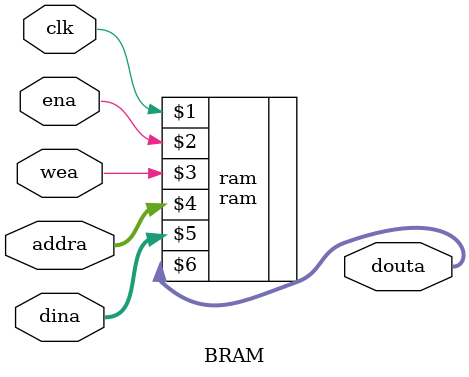
<source format=v>
`timescale 1ns / 1ps


module BRAM(clk,ena,wea,addra,dina,douta);
input clk,ena,wea;
input[9:0] addra;
input[23:0] dina;
output[23:0] douta;

ram ram(clk,ena,wea,addra,dina,douta);

endmodule


</source>
